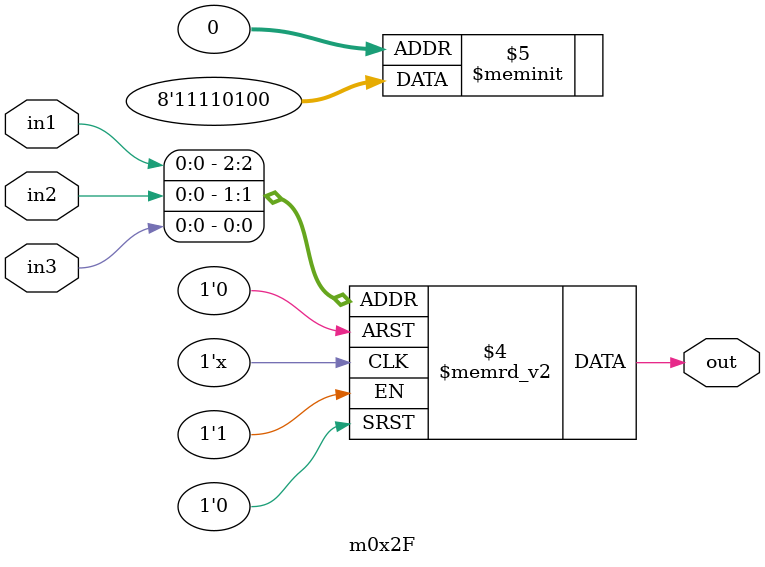
<source format=v>
module m0x2F(output out, input in1, in2, in3);

   always @(in1, in2, in3)
     begin
        case({in1, in2, in3})
          3'b000: {out} = 1'b0;
          3'b001: {out} = 1'b0;
          3'b010: {out} = 1'b1;
          3'b011: {out} = 1'b0;
          3'b100: {out} = 1'b1;
          3'b101: {out} = 1'b1;
          3'b110: {out} = 1'b1;
          3'b111: {out} = 1'b1;
        endcase // case ({in1, in2, in3})
     end // always @ (in1, in2, in3)

endmodule // m0x2F
</source>
